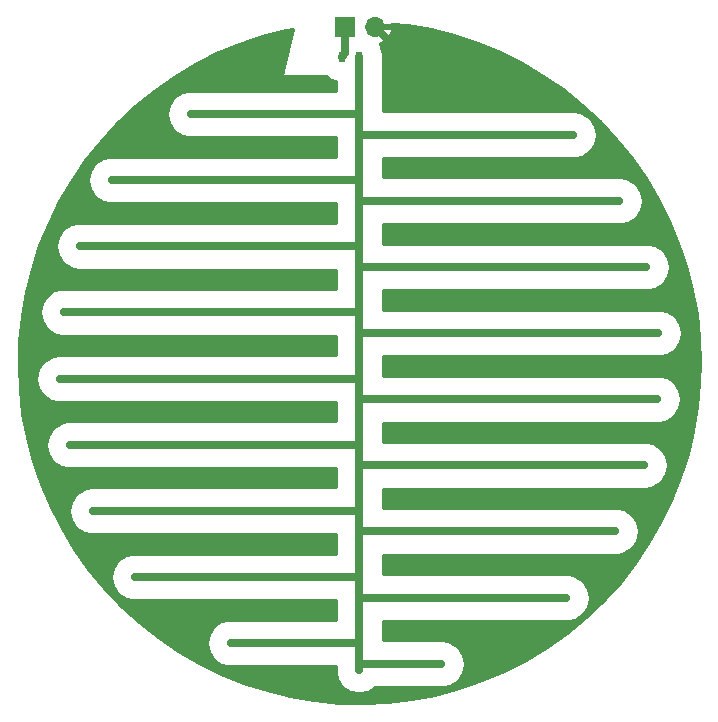
<source format=gbr>
G04 #@! TF.GenerationSoftware,KiCad,Pcbnew,(6.0.0-rc1-dev-135-gb4df06c)*
G04 #@! TF.CreationDate,2018-08-02T19:39:46+03:00*
G04 #@! TF.ProjectId,leaf-moist-sensor,6C6561662D6D6F6973742D73656E736F,rev?*
G04 #@! TF.SameCoordinates,Original*
G04 #@! TF.FileFunction,Copper,L1,Top,Signal*
G04 #@! TF.FilePolarity,Positive*
%FSLAX46Y46*%
G04 Gerber Fmt 4.6, Leading zero omitted, Abs format (unit mm)*
G04 Created by KiCad (PCBNEW (6.0.0-rc1-dev-135-gb4df06c)) date 2018 August 02, Thursday 19:39:46*
%MOMM*%
%LPD*%
G01*
G04 APERTURE LIST*
G04 #@! TA.AperFunction,SMDPad,CuDef*
%ADD10R,0.500000X0.900000*%
G04 #@! TD*
G04 #@! TA.AperFunction,ComponentPad*
%ADD11O,1.700000X1.700000*%
G04 #@! TD*
G04 #@! TA.AperFunction,ComponentPad*
%ADD12R,1.700000X1.700000*%
G04 #@! TD*
G04 #@! TA.AperFunction,Conductor*
%ADD13C,0.250000*%
G04 #@! TD*
G04 #@! TA.AperFunction,Conductor*
%ADD14C,0.700000*%
G04 #@! TD*
G04 #@! TA.AperFunction,Conductor*
%ADD15C,0.254000*%
G04 #@! TD*
G04 APERTURE END LIST*
D10*
G04 #@! TO.P,R4,2*
G04 #@! TO.N,/EXCITATION*
X132550000Y-60400000D03*
G04 #@! TO.P,R4,1*
G04 #@! TO.N,/SENSOR_TRACK*
X134050000Y-60400000D03*
G04 #@! TD*
D11*
G04 #@! TO.P,P1,2*
G04 #@! TO.N,GND*
X135390000Y-57850000D03*
D12*
G04 #@! TO.P,P1,1*
G04 #@! TO.N,/EXCITATION*
X132850000Y-57850000D03*
G04 #@! TD*
D13*
G04 #@! TO.N,/EXCITATION*
X132550000Y-57550000D02*
X132850000Y-57250000D01*
D14*
X132850000Y-60100000D02*
X132550000Y-60400000D01*
X132850000Y-57850000D02*
X132850000Y-60100000D01*
G04 #@! TO.N,/SENSOR_TRACK*
X134100000Y-67000000D02*
X152133726Y-67000000D01*
X134100000Y-72600000D02*
X156048657Y-72600000D01*
X134100000Y-78200000D02*
X158314227Y-78200000D01*
X134100000Y-83800000D02*
X159347707Y-83800000D01*
X134100000Y-89400000D02*
X159290258Y-89400000D01*
X134100000Y-95000000D02*
X158134652Y-95000000D01*
X134100000Y-100600000D02*
X155719801Y-100600000D01*
X134100000Y-106200000D02*
X151578371Y-106200000D01*
X134100000Y-111800000D02*
X140964663Y-111800000D01*
X134050000Y-70850000D02*
X113114569Y-70850000D01*
X134050000Y-76450000D02*
X110399542Y-76450000D01*
X134050000Y-82050000D02*
X109004803Y-82050000D01*
X134050000Y-87650000D02*
X108726776Y-87650000D01*
X134050000Y-93250000D02*
X109530279Y-93250000D01*
X134050000Y-98850000D02*
X111521564Y-98850000D01*
X134050000Y-104450000D02*
X115037901Y-104450000D01*
X134050000Y-110050000D02*
X123145216Y-110050000D01*
X134050000Y-60400000D02*
X134050000Y-62500000D01*
X134050000Y-65250000D02*
X119800000Y-65250000D01*
X134050000Y-62500000D02*
X134050000Y-65250000D01*
X134050000Y-65250000D02*
X134050000Y-112300000D01*
G04 #@! TO.N,GND*
X136239999Y-58699999D02*
X136249999Y-58699999D01*
X135390000Y-57850000D02*
X136239999Y-58699999D01*
X136249999Y-58699999D02*
X136700000Y-59150000D01*
G04 #@! TD*
D15*
G04 #@! TO.N,GND*
G36*
X138064866Y-57732747D02*
X140097076Y-58092909D01*
X142098335Y-58597448D01*
X144058400Y-59243780D01*
X145967237Y-60028598D01*
X147815076Y-60947884D01*
X149592460Y-61996933D01*
X151290290Y-63170376D01*
X152899878Y-64462207D01*
X154412983Y-65865812D01*
X155821862Y-67374009D01*
X157119303Y-68979077D01*
X158298665Y-70672802D01*
X159353913Y-72446513D01*
X160279643Y-74291132D01*
X161071119Y-76197217D01*
X161724290Y-78155014D01*
X162235811Y-80154499D01*
X162603065Y-82185441D01*
X162824172Y-84237442D01*
X162898000Y-86300000D01*
X162850165Y-87960607D01*
X162657730Y-90015495D01*
X162318868Y-92051366D01*
X161835314Y-94057799D01*
X161209542Y-96024524D01*
X160444756Y-97941475D01*
X159544871Y-99798839D01*
X158514491Y-101587111D01*
X157358892Y-103297137D01*
X156083988Y-104920163D01*
X154696304Y-106447884D01*
X153202943Y-107872479D01*
X151611550Y-109186657D01*
X149930268Y-110383691D01*
X148167705Y-111457454D01*
X146332881Y-112402451D01*
X144435188Y-113213844D01*
X142484339Y-113887480D01*
X140490319Y-114419911D01*
X138463335Y-114808412D01*
X136413762Y-115050995D01*
X134352090Y-115146418D01*
X132288872Y-115094193D01*
X130234668Y-114894586D01*
X128199992Y-114548620D01*
X126195259Y-114058065D01*
X124230731Y-113425432D01*
X122316461Y-112653959D01*
X120462249Y-111747596D01*
X118677585Y-110710980D01*
X116971604Y-109549419D01*
X115353037Y-108268857D01*
X113830170Y-106875849D01*
X112410796Y-105377525D01*
X111102181Y-103781553D01*
X109911023Y-102096104D01*
X108843419Y-100329803D01*
X107904833Y-98491692D01*
X107100069Y-96591178D01*
X106433247Y-94637989D01*
X105907779Y-92642123D01*
X105526356Y-90613796D01*
X105290929Y-88563388D01*
X105202703Y-86501395D01*
X105262130Y-84438372D01*
X105468906Y-82384877D01*
X105821973Y-80351422D01*
X106319523Y-78348414D01*
X106959009Y-76386105D01*
X107737159Y-74474540D01*
X108649989Y-72623503D01*
X109692828Y-70842469D01*
X110860337Y-69140552D01*
X112146541Y-67526465D01*
X113544857Y-66008470D01*
X115048126Y-64594335D01*
X116648656Y-63291299D01*
X118338253Y-62106031D01*
X120108270Y-61044599D01*
X121949646Y-60112435D01*
X123852958Y-59314311D01*
X125808462Y-58654310D01*
X127806150Y-58135813D01*
X128427519Y-58021210D01*
X127476617Y-61919907D01*
X127473000Y-61950000D01*
X127482667Y-61998601D01*
X127510197Y-62039803D01*
X127551399Y-62067333D01*
X127600000Y-62077000D01*
X131207814Y-62077000D01*
X131665176Y-62382600D01*
X132073000Y-62463721D01*
X132073000Y-63273000D01*
X119605286Y-63273000D01*
X119028613Y-63387707D01*
X118374663Y-63824663D01*
X117937707Y-64478613D01*
X117784269Y-65250000D01*
X117937707Y-66021387D01*
X118374663Y-66675337D01*
X119028613Y-67112293D01*
X119605286Y-67227000D01*
X132073000Y-67227000D01*
X132073000Y-68873000D01*
X112919855Y-68873000D01*
X112343182Y-68987707D01*
X111689232Y-69424663D01*
X111252276Y-70078613D01*
X111098838Y-70850000D01*
X111252276Y-71621387D01*
X111689232Y-72275337D01*
X112343182Y-72712293D01*
X112919855Y-72827000D01*
X132073000Y-72827000D01*
X132073000Y-74473000D01*
X110204828Y-74473000D01*
X109628155Y-74587707D01*
X108974205Y-75024663D01*
X108537249Y-75678613D01*
X108383811Y-76450000D01*
X108537249Y-77221387D01*
X108974205Y-77875337D01*
X109628155Y-78312293D01*
X110204828Y-78427000D01*
X132073000Y-78427000D01*
X132073000Y-80073000D01*
X108810089Y-80073000D01*
X108233416Y-80187707D01*
X107579466Y-80624663D01*
X107142510Y-81278613D01*
X106989072Y-82050000D01*
X107142510Y-82821387D01*
X107579466Y-83475337D01*
X108233416Y-83912293D01*
X108810089Y-84027000D01*
X132073000Y-84027000D01*
X132073000Y-85673000D01*
X108532062Y-85673000D01*
X107955389Y-85787707D01*
X107301439Y-86224663D01*
X106864483Y-86878613D01*
X106711045Y-87650000D01*
X106864483Y-88421387D01*
X107301439Y-89075337D01*
X107955389Y-89512293D01*
X108532062Y-89627000D01*
X132073001Y-89627000D01*
X132073001Y-91273000D01*
X109335565Y-91273000D01*
X108758892Y-91387707D01*
X108104942Y-91824663D01*
X107667986Y-92478613D01*
X107514548Y-93250000D01*
X107667986Y-94021387D01*
X108104942Y-94675337D01*
X108758892Y-95112293D01*
X109335565Y-95227000D01*
X132073001Y-95227000D01*
X132073001Y-96873000D01*
X111326850Y-96873000D01*
X110750177Y-96987707D01*
X110096227Y-97424663D01*
X109659271Y-98078613D01*
X109505833Y-98850000D01*
X109659271Y-99621387D01*
X110096227Y-100275337D01*
X110750177Y-100712293D01*
X111326850Y-100827000D01*
X132073001Y-100827000D01*
X132073001Y-102473000D01*
X114843187Y-102473000D01*
X114266514Y-102587707D01*
X113612564Y-103024663D01*
X113175608Y-103678613D01*
X113022170Y-104450000D01*
X113175608Y-105221387D01*
X113612564Y-105875337D01*
X114266514Y-106312293D01*
X114843187Y-106427000D01*
X132073001Y-106427000D01*
X132073001Y-108073000D01*
X122950502Y-108073000D01*
X122373829Y-108187707D01*
X121719879Y-108624663D01*
X121282923Y-109278613D01*
X121129485Y-110050000D01*
X121282923Y-110821387D01*
X121719879Y-111475337D01*
X122373829Y-111912293D01*
X122950502Y-112027000D01*
X132073001Y-112027000D01*
X132073001Y-112494714D01*
X132187708Y-113071387D01*
X132624664Y-113725337D01*
X133278614Y-114162293D01*
X134050000Y-114315731D01*
X134821387Y-114162293D01*
X135398018Y-113777000D01*
X141159377Y-113777000D01*
X141736050Y-113662293D01*
X142390000Y-113225337D01*
X142826956Y-112571387D01*
X142980394Y-111800000D01*
X142826956Y-111028613D01*
X142390000Y-110374663D01*
X141736050Y-109937707D01*
X141159377Y-109823000D01*
X136027000Y-109823000D01*
X136027000Y-108177000D01*
X151773085Y-108177000D01*
X152349758Y-108062293D01*
X153003708Y-107625337D01*
X153440664Y-106971387D01*
X153594102Y-106200000D01*
X153440664Y-105428613D01*
X153003708Y-104774663D01*
X152349758Y-104337707D01*
X151773085Y-104223000D01*
X136027000Y-104223000D01*
X136027000Y-102577000D01*
X155914515Y-102577000D01*
X156491188Y-102462293D01*
X157145138Y-102025337D01*
X157582094Y-101371387D01*
X157735532Y-100600000D01*
X157582094Y-99828613D01*
X157145138Y-99174663D01*
X156491188Y-98737707D01*
X155914515Y-98623000D01*
X136027000Y-98623000D01*
X136027000Y-96977000D01*
X158329366Y-96977000D01*
X158906039Y-96862293D01*
X159559989Y-96425337D01*
X159996945Y-95771387D01*
X160150383Y-95000000D01*
X159996945Y-94228613D01*
X159559989Y-93574663D01*
X158906039Y-93137707D01*
X158329366Y-93023000D01*
X136027000Y-93023000D01*
X136027000Y-91377000D01*
X159484972Y-91377000D01*
X160061645Y-91262293D01*
X160715595Y-90825337D01*
X161152551Y-90171387D01*
X161305989Y-89400000D01*
X161152551Y-88628613D01*
X160715595Y-87974663D01*
X160061645Y-87537707D01*
X159484972Y-87423000D01*
X136027000Y-87423000D01*
X136027000Y-85777000D01*
X159542421Y-85777000D01*
X160119094Y-85662293D01*
X160773044Y-85225337D01*
X161210000Y-84571387D01*
X161363438Y-83800000D01*
X161210000Y-83028613D01*
X160773044Y-82374663D01*
X160119094Y-81937707D01*
X159542421Y-81823000D01*
X136027000Y-81823000D01*
X136027000Y-80177000D01*
X158508941Y-80177000D01*
X159085614Y-80062293D01*
X159739564Y-79625337D01*
X160176520Y-78971387D01*
X160329958Y-78200000D01*
X160176520Y-77428613D01*
X159739564Y-76774663D01*
X159085614Y-76337707D01*
X158508941Y-76223000D01*
X136027000Y-76223000D01*
X136027000Y-74577000D01*
X156243371Y-74577000D01*
X156820044Y-74462293D01*
X157473994Y-74025337D01*
X157910950Y-73371387D01*
X158064388Y-72600000D01*
X157910950Y-71828613D01*
X157473994Y-71174663D01*
X156820044Y-70737707D01*
X156243371Y-70623000D01*
X136027000Y-70623000D01*
X136027000Y-68977000D01*
X152328440Y-68977000D01*
X152905113Y-68862293D01*
X153559063Y-68425337D01*
X153996019Y-67771387D01*
X154149457Y-67000000D01*
X153996019Y-66228613D01*
X153559063Y-65574663D01*
X152905113Y-65137707D01*
X152328440Y-65023000D01*
X136027000Y-65023000D01*
X136027000Y-60205286D01*
X135912293Y-59628613D01*
X135887593Y-59591648D01*
X135832600Y-59315176D01*
X135801618Y-59268808D01*
X136156924Y-59121645D01*
X136585183Y-58731358D01*
X136831486Y-58206892D01*
X136710819Y-57977000D01*
X135517000Y-57977000D01*
X135517000Y-57997000D01*
X135358874Y-57997000D01*
X135358874Y-57703000D01*
X135517000Y-57703000D01*
X135517000Y-57723000D01*
X136710819Y-57723000D01*
X136776199Y-57598439D01*
X138064866Y-57732747D01*
X138064866Y-57732747D01*
G37*
X138064866Y-57732747D02*
X140097076Y-58092909D01*
X142098335Y-58597448D01*
X144058400Y-59243780D01*
X145967237Y-60028598D01*
X147815076Y-60947884D01*
X149592460Y-61996933D01*
X151290290Y-63170376D01*
X152899878Y-64462207D01*
X154412983Y-65865812D01*
X155821862Y-67374009D01*
X157119303Y-68979077D01*
X158298665Y-70672802D01*
X159353913Y-72446513D01*
X160279643Y-74291132D01*
X161071119Y-76197217D01*
X161724290Y-78155014D01*
X162235811Y-80154499D01*
X162603065Y-82185441D01*
X162824172Y-84237442D01*
X162898000Y-86300000D01*
X162850165Y-87960607D01*
X162657730Y-90015495D01*
X162318868Y-92051366D01*
X161835314Y-94057799D01*
X161209542Y-96024524D01*
X160444756Y-97941475D01*
X159544871Y-99798839D01*
X158514491Y-101587111D01*
X157358892Y-103297137D01*
X156083988Y-104920163D01*
X154696304Y-106447884D01*
X153202943Y-107872479D01*
X151611550Y-109186657D01*
X149930268Y-110383691D01*
X148167705Y-111457454D01*
X146332881Y-112402451D01*
X144435188Y-113213844D01*
X142484339Y-113887480D01*
X140490319Y-114419911D01*
X138463335Y-114808412D01*
X136413762Y-115050995D01*
X134352090Y-115146418D01*
X132288872Y-115094193D01*
X130234668Y-114894586D01*
X128199992Y-114548620D01*
X126195259Y-114058065D01*
X124230731Y-113425432D01*
X122316461Y-112653959D01*
X120462249Y-111747596D01*
X118677585Y-110710980D01*
X116971604Y-109549419D01*
X115353037Y-108268857D01*
X113830170Y-106875849D01*
X112410796Y-105377525D01*
X111102181Y-103781553D01*
X109911023Y-102096104D01*
X108843419Y-100329803D01*
X107904833Y-98491692D01*
X107100069Y-96591178D01*
X106433247Y-94637989D01*
X105907779Y-92642123D01*
X105526356Y-90613796D01*
X105290929Y-88563388D01*
X105202703Y-86501395D01*
X105262130Y-84438372D01*
X105468906Y-82384877D01*
X105821973Y-80351422D01*
X106319523Y-78348414D01*
X106959009Y-76386105D01*
X107737159Y-74474540D01*
X108649989Y-72623503D01*
X109692828Y-70842469D01*
X110860337Y-69140552D01*
X112146541Y-67526465D01*
X113544857Y-66008470D01*
X115048126Y-64594335D01*
X116648656Y-63291299D01*
X118338253Y-62106031D01*
X120108270Y-61044599D01*
X121949646Y-60112435D01*
X123852958Y-59314311D01*
X125808462Y-58654310D01*
X127806150Y-58135813D01*
X128427519Y-58021210D01*
X127476617Y-61919907D01*
X127473000Y-61950000D01*
X127482667Y-61998601D01*
X127510197Y-62039803D01*
X127551399Y-62067333D01*
X127600000Y-62077000D01*
X131207814Y-62077000D01*
X131665176Y-62382600D01*
X132073000Y-62463721D01*
X132073000Y-63273000D01*
X119605286Y-63273000D01*
X119028613Y-63387707D01*
X118374663Y-63824663D01*
X117937707Y-64478613D01*
X117784269Y-65250000D01*
X117937707Y-66021387D01*
X118374663Y-66675337D01*
X119028613Y-67112293D01*
X119605286Y-67227000D01*
X132073000Y-67227000D01*
X132073000Y-68873000D01*
X112919855Y-68873000D01*
X112343182Y-68987707D01*
X111689232Y-69424663D01*
X111252276Y-70078613D01*
X111098838Y-70850000D01*
X111252276Y-71621387D01*
X111689232Y-72275337D01*
X112343182Y-72712293D01*
X112919855Y-72827000D01*
X132073000Y-72827000D01*
X132073000Y-74473000D01*
X110204828Y-74473000D01*
X109628155Y-74587707D01*
X108974205Y-75024663D01*
X108537249Y-75678613D01*
X108383811Y-76450000D01*
X108537249Y-77221387D01*
X108974205Y-77875337D01*
X109628155Y-78312293D01*
X110204828Y-78427000D01*
X132073000Y-78427000D01*
X132073000Y-80073000D01*
X108810089Y-80073000D01*
X108233416Y-80187707D01*
X107579466Y-80624663D01*
X107142510Y-81278613D01*
X106989072Y-82050000D01*
X107142510Y-82821387D01*
X107579466Y-83475337D01*
X108233416Y-83912293D01*
X108810089Y-84027000D01*
X132073000Y-84027000D01*
X132073000Y-85673000D01*
X108532062Y-85673000D01*
X107955389Y-85787707D01*
X107301439Y-86224663D01*
X106864483Y-86878613D01*
X106711045Y-87650000D01*
X106864483Y-88421387D01*
X107301439Y-89075337D01*
X107955389Y-89512293D01*
X108532062Y-89627000D01*
X132073001Y-89627000D01*
X132073001Y-91273000D01*
X109335565Y-91273000D01*
X108758892Y-91387707D01*
X108104942Y-91824663D01*
X107667986Y-92478613D01*
X107514548Y-93250000D01*
X107667986Y-94021387D01*
X108104942Y-94675337D01*
X108758892Y-95112293D01*
X109335565Y-95227000D01*
X132073001Y-95227000D01*
X132073001Y-96873000D01*
X111326850Y-96873000D01*
X110750177Y-96987707D01*
X110096227Y-97424663D01*
X109659271Y-98078613D01*
X109505833Y-98850000D01*
X109659271Y-99621387D01*
X110096227Y-100275337D01*
X110750177Y-100712293D01*
X111326850Y-100827000D01*
X132073001Y-100827000D01*
X132073001Y-102473000D01*
X114843187Y-102473000D01*
X114266514Y-102587707D01*
X113612564Y-103024663D01*
X113175608Y-103678613D01*
X113022170Y-104450000D01*
X113175608Y-105221387D01*
X113612564Y-105875337D01*
X114266514Y-106312293D01*
X114843187Y-106427000D01*
X132073001Y-106427000D01*
X132073001Y-108073000D01*
X122950502Y-108073000D01*
X122373829Y-108187707D01*
X121719879Y-108624663D01*
X121282923Y-109278613D01*
X121129485Y-110050000D01*
X121282923Y-110821387D01*
X121719879Y-111475337D01*
X122373829Y-111912293D01*
X122950502Y-112027000D01*
X132073001Y-112027000D01*
X132073001Y-112494714D01*
X132187708Y-113071387D01*
X132624664Y-113725337D01*
X133278614Y-114162293D01*
X134050000Y-114315731D01*
X134821387Y-114162293D01*
X135398018Y-113777000D01*
X141159377Y-113777000D01*
X141736050Y-113662293D01*
X142390000Y-113225337D01*
X142826956Y-112571387D01*
X142980394Y-111800000D01*
X142826956Y-111028613D01*
X142390000Y-110374663D01*
X141736050Y-109937707D01*
X141159377Y-109823000D01*
X136027000Y-109823000D01*
X136027000Y-108177000D01*
X151773085Y-108177000D01*
X152349758Y-108062293D01*
X153003708Y-107625337D01*
X153440664Y-106971387D01*
X153594102Y-106200000D01*
X153440664Y-105428613D01*
X153003708Y-104774663D01*
X152349758Y-104337707D01*
X151773085Y-104223000D01*
X136027000Y-104223000D01*
X136027000Y-102577000D01*
X155914515Y-102577000D01*
X156491188Y-102462293D01*
X157145138Y-102025337D01*
X157582094Y-101371387D01*
X157735532Y-100600000D01*
X157582094Y-99828613D01*
X157145138Y-99174663D01*
X156491188Y-98737707D01*
X155914515Y-98623000D01*
X136027000Y-98623000D01*
X136027000Y-96977000D01*
X158329366Y-96977000D01*
X158906039Y-96862293D01*
X159559989Y-96425337D01*
X159996945Y-95771387D01*
X160150383Y-95000000D01*
X159996945Y-94228613D01*
X159559989Y-93574663D01*
X158906039Y-93137707D01*
X158329366Y-93023000D01*
X136027000Y-93023000D01*
X136027000Y-91377000D01*
X159484972Y-91377000D01*
X160061645Y-91262293D01*
X160715595Y-90825337D01*
X161152551Y-90171387D01*
X161305989Y-89400000D01*
X161152551Y-88628613D01*
X160715595Y-87974663D01*
X160061645Y-87537707D01*
X159484972Y-87423000D01*
X136027000Y-87423000D01*
X136027000Y-85777000D01*
X159542421Y-85777000D01*
X160119094Y-85662293D01*
X160773044Y-85225337D01*
X161210000Y-84571387D01*
X161363438Y-83800000D01*
X161210000Y-83028613D01*
X160773044Y-82374663D01*
X160119094Y-81937707D01*
X159542421Y-81823000D01*
X136027000Y-81823000D01*
X136027000Y-80177000D01*
X158508941Y-80177000D01*
X159085614Y-80062293D01*
X159739564Y-79625337D01*
X160176520Y-78971387D01*
X160329958Y-78200000D01*
X160176520Y-77428613D01*
X159739564Y-76774663D01*
X159085614Y-76337707D01*
X158508941Y-76223000D01*
X136027000Y-76223000D01*
X136027000Y-74577000D01*
X156243371Y-74577000D01*
X156820044Y-74462293D01*
X157473994Y-74025337D01*
X157910950Y-73371387D01*
X158064388Y-72600000D01*
X157910950Y-71828613D01*
X157473994Y-71174663D01*
X156820044Y-70737707D01*
X156243371Y-70623000D01*
X136027000Y-70623000D01*
X136027000Y-68977000D01*
X152328440Y-68977000D01*
X152905113Y-68862293D01*
X153559063Y-68425337D01*
X153996019Y-67771387D01*
X154149457Y-67000000D01*
X153996019Y-66228613D01*
X153559063Y-65574663D01*
X152905113Y-65137707D01*
X152328440Y-65023000D01*
X136027000Y-65023000D01*
X136027000Y-60205286D01*
X135912293Y-59628613D01*
X135887593Y-59591648D01*
X135832600Y-59315176D01*
X135801618Y-59268808D01*
X136156924Y-59121645D01*
X136585183Y-58731358D01*
X136831486Y-58206892D01*
X136710819Y-57977000D01*
X135517000Y-57977000D01*
X135517000Y-57997000D01*
X135358874Y-57997000D01*
X135358874Y-57703000D01*
X135517000Y-57703000D01*
X135517000Y-57723000D01*
X136710819Y-57723000D01*
X136776199Y-57598439D01*
X138064866Y-57732747D01*
G04 #@! TD*
M02*

</source>
